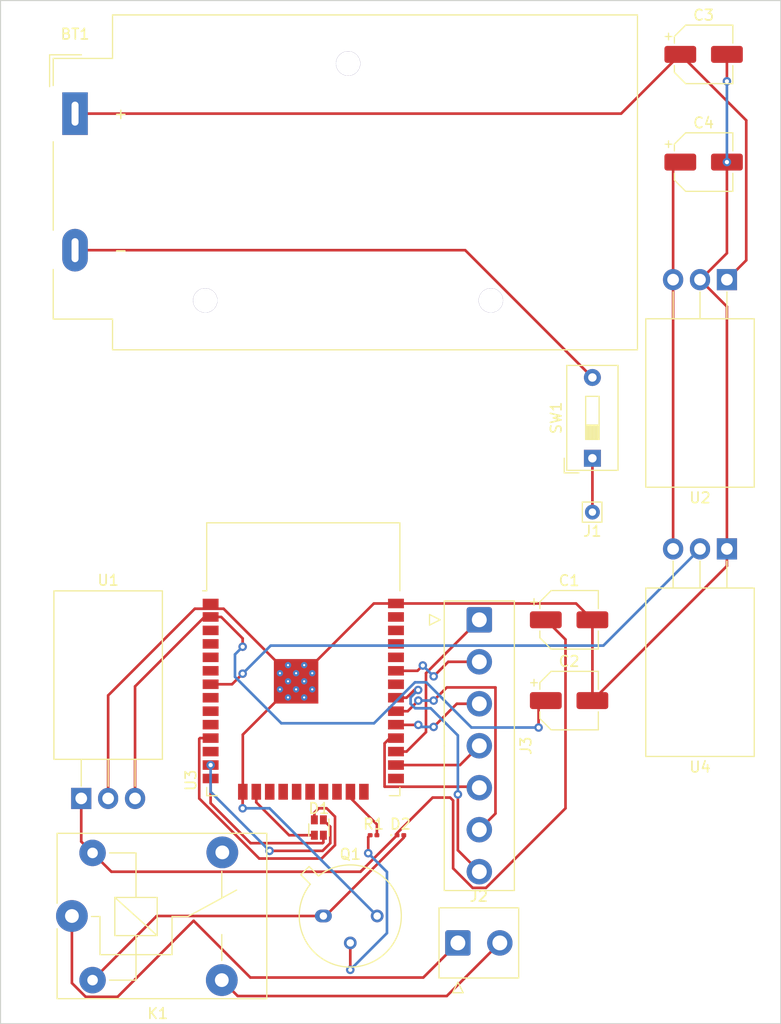
<source format=kicad_pcb>
(kicad_pcb (version 20221018) (generator pcbnew)
  (layers (0 "F.Cu" signal) (31 "B.Cu" signal) (34 "B.Paste" user) (35 "F.Paste" user) (36 "B.SilkS" user "B.Silkscreen") (37 "F.SilkS" user "F.Silkscreen") (38 "B.Mask" user) (39 "F.Mask" user) (44 "Edge.Cuts" user))
  (net 0 "")
  (net 1 "+12VA")
  (net 2 "GND")
  (net 3 "Net-(U1-OUT)")
  (net 4 "Net-(BT1-+)")
  (net 5 "Net-(U2-OUT)")
  (net 6 "Net-(D2-A)")
  (net 7 "Net-(J2-Pin_1)")
  (net 8 "Net-(J2-Pin_2)")
  (net 10 "Net-(Q1-B)")
  (net 11 "Net-(U3-IO15)")
  (net 16 "Net-(U3-IO35)")
  (net 20 "Net-(D1-A)")
  (net 22 "Net-(D1-BK)")
  (net 23 "Net-(D1-GK)")
  (net 24 "Net-(D1-RK)")
  (net 38 "Net-(BT1--)")
  (net 39 "Net-(J1-Pin_1)")
  (net 40 "Net-(J3-Pin_1)")
  (net 41 "Net-(J3-Pin_4)")
  (net 42 "Net-(J3-Pin_5)")
  (net 43 "Net-(J3-Pin_3)")
  (net 44 "Net-(J3-Pin_6)")
  (net 45 "Net-(J3-Pin_7)")
  (net 46 "Net-(J3-Pin_2)")
  (footprint "Connector_Pin:Pin_D0.7mm_L6.5mm_W1.8mm_FlatFork" (layer "F.Cu") (at 157.48 78.74)
    (fp_text reference "J1" (at 0 1.8) (layer "F.SilkS"))
    (fp_text value "Screw_Terminal_01x01")
    (fp_line (start -0.95 -0.95) (end -0.95 0.95) (stroke (width 0.12)) (layer "F.SilkS"))
    (fp_line (start -0.95 0.95) (end 0.9 0.95) (stroke (width 0.12)) (layer "F.SilkS"))
    (fp_line (start 0.9 -0.95) (end -0.95 -0.95) (stroke (width 0.12)) (layer "F.SilkS"))
    (fp_line (start 0.9 -0.9) (end 0.9 -0.95) (stroke (width 0.12)) (layer "F.SilkS"))
    (fp_line (start 0.9 0.95) (end 0.9 -0.9) (stroke (width 0.12)) (layer "F.SilkS"))
    (pad "1" thru_hole circle (at 0 0) (size 1.4 1.4) (drill 0.7) (layers "*.Cu" "*.Mask") (net 39 "Net-(J1-Pin_1)"))
  )
  (footprint "Package_TO_SOT_THT:TO-39-3" (layer "F.Cu") (at 132.08 116.84)
    (fp_text reference "Q1" (at 2.54 -5.82) (layer "F.SilkS"))
    (fp_text value "2N2219")
    (fp_line (start -2.125856 -3.888039) (end -1.234902 -2.997084) (stroke (width 0.12)) (layer "F.SilkS"))
    (fp_line (start -1.348039 -4.665856) (end -2.125856 -3.888039) (stroke (width 0.12)) (layer "F.SilkS"))
    (fp_line (start -0.457084 -3.774902) (end -1.348039 -4.665856) (stroke (width 0.12)) (layer "F.SilkS"))
    (fp_arc (start -0.457084 -3.774902) (mid 5.948125 3.408384) (end -1.234674 -2.997371) (stroke (width 0.12)) (layer "F.SilkS"))
    (pad "1" thru_hole oval (at 0 0) (size 1.6 1.2) (drill 0.7) (layers "*.Cu" "*.Mask") (net 6 "Net-(D2-A)"))
    (pad "2" thru_hole oval (at 2.54 2.54) (size 1.2 1.2) (drill 0.7) (layers "*.Cu" "*.Mask") (net 10 "Net-(Q1-B)"))
    (pad "3" thru_hole oval (at 5.08 0) (size 1.2 1.2) (drill 0.7) (layers "*.Cu" "*.Mask") (net 2 "GND"))
  )
  (footprint "Capacitor_SMD:CP_Elec_5x5.4" (layer "F.Cu") (at 155.28 88.9)
    (fp_text reference "C1" (at 0 -3.7) (layer "F.SilkS"))
    (fp_text value "C_Polarized")
    (fp_line (start -3.625 -1.685) (end -3 -1.685) (stroke (width 0.12)) (layer "F.SilkS"))
    (fp_line (start -3.3125 -1.9975) (end -3.3125 -1.3725) (stroke (width 0.12)) (layer "F.SilkS"))
    (fp_line (start -2.76 -1.695563) (end -2.76 -1.06) (stroke (width 0.12)) (layer "F.SilkS"))
    (fp_line (start -2.76 -1.695563) (end -1.695563 -2.76) (stroke (width 0.12)) (layer "F.SilkS"))
    (fp_line (start -2.76 1.695563) (end -2.76 1.06) (stroke (width 0.12)) (layer "F.SilkS"))
    (fp_line (start -2.76 1.695563) (end -1.695563 2.76) (stroke (width 0.12)) (layer "F.SilkS"))
    (fp_line (start -1.695563 -2.76) (end 2.76 -2.76) (stroke (width 0.12)) (layer "F.SilkS"))
    (fp_line (start -1.695563 2.76) (end 2.76 2.76) (stroke (width 0.12)) (layer "F.SilkS"))
    (fp_line (start 2.76 -2.76) (end 2.76 -1.06) (stroke (width 0.12)) (layer "F.SilkS"))
    (fp_line (start 2.76 2.76) (end 2.76 1.06) (stroke (width 0.12)) (layer "F.SilkS"))
    (pad "1" smd roundrect (at -2.2 0) (size 3 1.6) (layers "F.Cu" "F.Paste" "F.Mask") (roundrect_rratio 0.15625) (net 1 "+12VA"))
    (pad "2" smd roundrect (at 2.2 0) (size 3 1.6) (layers "F.Cu" "F.Paste" "F.Mask") (roundrect_rratio 0.15625) (net 2 "GND"))
  )
  (footprint "Capacitor_SMD:CP_Elec_5x5.4" (layer "F.Cu") (at 167.98 35.56)
    (fp_text reference "C3" (at 0 -3.7) (layer "F.SilkS"))
    (fp_text value "C_Polarized")
    (fp_line (start -3.625 -1.685) (end -3 -1.685) (stroke (width 0.12)) (layer "F.SilkS"))
    (fp_line (start -3.3125 -1.9975) (end -3.3125 -1.3725) (stroke (width 0.12)) (layer "F.SilkS"))
    (fp_line (start -2.76 -1.695563) (end -2.76 -1.06) (stroke (width 0.12)) (layer "F.SilkS"))
    (fp_line (start -2.76 -1.695563) (end -1.695563 -2.76) (stroke (width 0.12)) (layer "F.SilkS"))
    (fp_line (start -2.76 1.695563) (end -2.76 1.06) (stroke (width 0.12)) (layer "F.SilkS"))
    (fp_line (start -2.76 1.695563) (end -1.695563 2.76) (stroke (width 0.12)) (layer "F.SilkS"))
    (fp_line (start -1.695563 -2.76) (end 2.76 -2.76) (stroke (width 0.12)) (layer "F.SilkS"))
    (fp_line (start -1.695563 2.76) (end 2.76 2.76) (stroke (width 0.12)) (layer "F.SilkS"))
    (fp_line (start 2.76 -2.76) (end 2.76 -1.06) (stroke (width 0.12)) (layer "F.SilkS"))
    (fp_line (start 2.76 2.76) (end 2.76 1.06) (stroke (width 0.12)) (layer "F.SilkS"))
    (pad "1" smd roundrect (at -2.2 0) (size 3 1.6) (layers "F.Cu" "F.Paste" "F.Mask") (roundrect_rratio 0.15625) (net 4 "Net-(BT1-+)"))
    (pad "2" smd roundrect (at 2.2 0) (size 3 1.6) (layers "F.Cu" "F.Paste" "F.Mask") (roundrect_rratio 0.15625) (net 2 "GND"))
  )
  (footprint "Battery:BatteryHolder_MPD_BA9VPC_1xPP3" (layer "F.Cu") (at 108.635 41.15)
    (fp_text reference "BT1" (at 0 -7.5) (layer "F.SilkS"))
    (fp_text value "Battery_Cell")
    (fp_text user "-" (at 3.6 12.88) (layer "F.SilkS") (effects (justify left)))
    (fp_text user "+" (at 3.6 0) (layer "F.SilkS") (effects (justify left)))
    (fp_line (start -2.4 -5.55) (end -2.4 -2.55) (stroke (width 0.12)) (layer "F.SilkS"))
    (fp_line (start -2.4 -5.55) (end 0.6 -5.55) (stroke (width 0.12)) (layer "F.SilkS"))
    (fp_line (start -2.06 -5.21) (end -2.06 -2.65) (stroke (width 0.12)) (layer "F.SilkS"))
    (fp_line (start -2.06 2.65) (end -2.06 11) (stroke (width 0.12)) (layer "F.SilkS"))
    (fp_line (start -2.06 19.38) (end -2.06 14.7) (stroke (width 0.12)) (layer "F.SilkS"))
    (fp_line (start 3.54 -9.31) (end 3.54 -5.21) (stroke (width 0.12)) (layer "F.SilkS"))
    (fp_line (start 3.54 -5.21) (end -2.06 -5.21) (stroke (width 0.12)) (layer "F.SilkS"))
    (fp_line (start 3.54 19.38) (end -2.06 19.38) (stroke (width 0.12)) (layer "F.SilkS"))
    (fp_line (start 3.54 22.28) (end 3.54 19.38) (stroke (width 0.12)) (layer "F.SilkS"))
    (fp_line (start 53.1 -9.31) (end 3.54 -9.31) (stroke (width 0.12)) (layer "F.SilkS"))
    (fp_line (start 53.1 22.28) (end 3.54 22.28) (stroke (width 0.12)) (layer "F.SilkS"))
    (fp_line (start 53.1 22.28) (end 53.1 -9.31) (stroke (width 0.12)) (layer "F.SilkS"))
    (pad "" np_thru_hole circle (at 12.29 17.62) (size 2.3 2.3) (drill 2.29) (layers "*.Cu" "*.Mask"))
    (pad "" np_thru_hole circle (at 25.78 -4.73) (size 2.3 2.3) (drill 2.29) (layers "*.Cu" "*.Mask"))
    (pad "" np_thru_hole circle (at 39.26 17.62) (size 2.3 2.3) (drill 2.29) (layers "*.Cu" "*.Mask"))
    (pad "1" thru_hole rect (at 0 0) (size 2.41 4.02) (drill oval 0.66 2.27) (layers "*.Cu" "*.Mask") (net 4 "Net-(BT1-+)"))
    (pad "2" thru_hole oval (at 0 12.88) (size 2.41 4.02) (drill oval 0.66 2.27) (layers "*.Cu" "*.Mask") (net 38 "Net-(BT1--)"))
  )
  (footprint "Button_Switch_THT:SW_DIP_SPSTx01_Slide_9.78x4.72mm_W7.62mm_P2.54mm" (layer "F.Cu") (at 157.48 73.66 90)
    (fp_text reference "SW1" (at 3.81 -3.42 90) (layer "F.SilkS"))
    (fp_text value "SW_SPST")
    (fp_line (start -1.38 -2.66) (end -1.38 -1.277) (stroke (width 0.12)) (layer "F.SilkS"))
    (fp_line (start -1.38 -2.66) (end 0.004 -2.66) (stroke (width 0.12)) (layer "F.SilkS"))
    (fp_line (start -1.14 -2.42) (end -1.14 2.42) (stroke (width 0.12)) (layer "F.SilkS"))
    (fp_line (start -1.14 -2.42) (end 8.76 -2.42) (stroke (width 0.12)) (layer "F.SilkS"))
    (fp_line (start -1.14 2.42) (end 8.76 2.42) (stroke (width 0.12)) (layer "F.SilkS"))
    (fp_line (start 1.78 -0.635) (end 1.78 0.635) (stroke (width 0.12)) (layer "F.SilkS"))
    (fp_line (start 1.78 -0.515) (end 3.133333 -0.515) (stroke (width 0.12)) (layer "F.SilkS"))
    (fp_line (start 1.78 -0.395) (end 3.133333 -0.395) (stroke (width 0.12)) (layer "F.SilkS"))
    (fp_line (start 1.78 -0.275) (end 3.133333 -0.275) (stroke (width 0.12)) (layer "F.SilkS"))
    (fp_line (start 1.78 -0.155) (end 3.133333 -0.155) (stroke (width 0.12)) (layer "F.SilkS"))
    (fp_line (start 1.78 -0.035) (end 3.133333 -0.035) (stroke (width 0.12)) (layer "F.SilkS"))
    (fp_line (start 1.78 0.085) (end 3.133333 0.085) (stroke (width 0.12)) (layer "F.SilkS"))
    (fp_line (start 1.78 0.205) (end 3.133333 0.205) (stroke (width 0.12)) (layer "F.SilkS"))
    (fp_line (start 1.78 0.325) (end 3.133333 0.325) (stroke (width 0.12)) (layer "F.SilkS"))
    (fp_line (start 1.78 0.445) (end 3.133333 0.445) (stroke (width 0.12)) (layer "F.SilkS"))
    (fp_line (start 1.78 0.565) (end 3.133333 0.565) (stroke (width 0.12)) (layer "F.SilkS"))
    (fp_line (start 1.78 0.635) (end 5.84 0.635) (stroke (width 0.12)) (layer "F.SilkS"))
    (fp_line (start 3.133333 -0.635) (end 3.133333 0.635) (stroke (width 0.12)) (layer "F.SilkS"))
    (fp_line (start 5.84 -0.635) (end 1.78 -0.635) (stroke (width 0.12)) (layer "F.SilkS"))
    (fp_line (start 5.84 0.635) (end 5.84 -0.635) (stroke (width 0.12)) (layer "F.SilkS"))
    (fp_line (start 8.76 -2.42) (end 8.76 2.42) (stroke (width 0.12)) (layer "F.SilkS"))
    (pad "1" thru_hole rect (at 0 0 90) (size 1.6 1.6) (drill 0.8) (layers "*.Cu" "*.Mask") (net 39 "Net-(J1-Pin_1)"))
    (pad "2" thru_hole oval (at 7.62 0 90) (size 1.6 1.6) (drill 0.8) (layers "*.Cu" "*.Mask") (net 38 "Net-(BT1--)"))
  )
  (footprint "RF_Module:ESP32-WROOM-32" (layer "F.Cu") (at 130.185 95.61)
    (fp_text reference "U3" (at -10.61 8.43 90) (layer "F.SilkS"))
    (fp_text value "ESP32-WROOM-32")
    (fp_line (start -9.12 -15.86) (end -9.12 -9.445) (stroke (width 0.12)) (layer "F.SilkS"))
    (fp_line (start -9.12 -15.86) (end 9.12 -15.86) (stroke (width 0.12)) (layer "F.SilkS"))
    (fp_line (start -9.12 -9.445) (end -9.5 -9.445) (stroke (width 0.12)) (layer "F.SilkS"))
    (fp_line (start -9.12 9.1) (end -9.12 9.88) (stroke (width 0.12)) (layer "F.SilkS"))
    (fp_line (start -9.12 9.88) (end -8.12 9.88) (stroke (width 0.12)) (layer "F.SilkS"))
    (fp_line (start 9.12 -15.86) (end 9.12 -9.445) (stroke (width 0.12)) (layer "F.SilkS"))
    (fp_line (start 9.12 9.1) (end 9.12 9.88) (stroke (width 0.12)) (layer "F.SilkS"))
    (fp_line (start 9.12 9.88) (end 8.12 9.88) (stroke (width 0.12)) (layer "F.SilkS"))
    (pad "1" smd rect (at -8.75 -8.25) (size 1.5 0.9) (layers "F.Cu" "F.Paste" "F.Mask") (net 2 "GND"))
    (pad "2" smd rect (at -8.75 -6.98) (size 1.5 0.9) (layers "F.Cu" "F.Paste" "F.Mask") (net 3 "Net-(U1-OUT)"))
    (pad "3" smd rect (at -8.75 -5.71) (size 1.5 0.9) (layers "F.Cu" "F.Paste" "F.Mask"))
    (pad "4" smd rect (at -8.75 -4.44) (size 1.5 0.9) (layers "F.Cu" "F.Paste" "F.Mask"))
    (pad "5" smd rect (at -8.75 -3.17) (size 1.5 0.9) (layers "F.Cu" "F.Paste" "F.Mask"))
    (pad "6" smd rect (at -8.75 -1.9) (size 1.5 0.9) (layers "F.Cu" "F.Paste" "F.Mask"))
    (pad "7" smd rect (at -8.75 -0.63) (size 1.5 0.9) (layers "F.Cu" "F.Paste" "F.Mask") (net 16 "Net-(U3-IO35)"))
    (pad "8" smd rect (at -8.75 0.64) (size 1.5 0.9) (layers "F.Cu" "F.Paste" "F.Mask"))
    (pad "9" smd rect (at -8.75 1.91) (size 1.5 0.9) (layers "F.Cu" "F.Paste" "F.Mask"))
    (pad "10" smd rect (at -8.75 3.18) (size 1.5 0.9) (layers "F.Cu" "F.Paste" "F.Mask"))
    (pad "11" smd rect (at -8.75 4.45) (size 1.5 0.9) (layers "F.Cu" "F.Paste" "F.Mask") (net 20 "Net-(D1-A)"))
    (pad "12" smd rect (at -8.75 5.72) (size 1.5 0.9) (layers "F.Cu" "F.Paste" "F.Mask"))
    (pad "13" smd rect (at -8.75 6.99) (size 1.5 0.9) (layers "F.Cu" "F.Paste" "F.Mask") (net 22 "Net-(D1-BK)"))
    (pad "14" smd rect (at -8.75 8.26) (size 1.5 0.9) (layers "F.Cu" "F.Paste" "F.Mask") (net 23 "Net-(D1-GK)"))
    (pad "15" smd rect (at -5.71 9.51 90) (size 1.5 0.9) (layers "F.Cu" "F.Paste" "F.Mask") (net 2 "GND"))
    (pad "16" smd rect (at -4.44 9.51 90) (size 1.5 0.9) (layers "F.Cu" "F.Paste" "F.Mask") (net 24 "Net-(D1-RK)"))
    (pad "17" smd rect (at -3.17 9.51 90) (size 1.5 0.9) (layers "F.Cu" "F.Paste" "F.Mask"))
    (pad "18" smd rect (at -1.9 9.51 90) (size 1.5 0.9) (layers "F.Cu" "F.Paste" "F.Mask"))
    (pad "19" smd rect (at -0.63 9.51 90) (size 1.5 0.9) (layers "F.Cu" "F.Paste" "F.Mask"))
    (pad "20" smd rect (at 0.64 9.51 90) (size 1.5 0.9) (layers "F.Cu" "F.Paste" "F.Mask"))
    (pad "21" smd rect (at 1.91 9.51 90) (size 1.5 0.9) (layers "F.Cu" "F.Paste" "F.Mask"))
    (pad "22" smd rect (at 3.18 9.51 90) (size 1.5 0.9) (layers "F.Cu" "F.Paste" "F.Mask"))
    (pad "23" smd rect (at 4.45 9.51 90) (size 1.5 0.9) (layers "F.Cu" "F.Paste" "F.Mask") (net 11 "Net-(U3-IO15)"))
    (pad "24" smd rect (at 5.72 9.51 90) (size 1.5 0.9) (layers "F.Cu" "F.Paste" "F.Mask"))
    (pad "25" smd rect (at 8.75 8.26) (size 1.5 0.9) (layers "F.Cu" "F.Paste" "F.Mask"))
    (pad "26" smd rect (at 8.75 6.99) (size 1.5 0.9) (layers "F.Cu" "F.Paste" "F.Mask") (net 41 "Net-(J3-Pin_4)"))
    (pad "27" smd rect (at 8.75 5.72) (size 1.5 0.9) (layers "F.Cu" "F.Paste" "F.Mask") (net 40 "Net-(J3-Pin_1)"))
    (pad "28" smd rect (at 8.75 4.45) (size 1.5 0.9) (layers "F.Cu" "F.Paste" "F.Mask") (net 42 "Net-(J3-Pin_5)"))
    (pad "29" smd rect (at 8.75 3.18) (size 1.5 0.9) (layers "F.Cu" "F.Paste" "F.Mask") (net 43 "Net-(J3-Pin_3)"))
    (pad "30" smd rect (at 8.75 1.91) (size 1.5 0.9) (layers "F.Cu" "F.Paste" "F.Mask") (net 44 "Net-(J3-Pin_6)"))
    (pad "31" smd rect (at 8.75 0.64) (size 1.5 0.9) (layers "F.Cu" "F.Paste" "F.Mask") (net 45 "Net-(J3-Pin_7)"))
    (pad "32" smd rect (at 8.75 -0.63) (size 1.5 0.9) (layers "F.Cu" "F.Paste" "F.Mask"))
    (pad "33" smd rect (at 8.75 -1.9) (size 1.5 0.9) (layers "F.Cu" "F.Paste" "F.Mask") (net 46 "Net-(J3-Pin_2)"))
    (pad "34" smd rect (at 8.75 -3.17) (size 1.5 0.9) (layers "F.Cu" "F.Paste" "F.Mask"))
    (pad "35" smd rect (at 8.75 -4.44) (size 1.5 0.9) (layers "F.Cu" "F.Paste" "F.Mask"))
    (pad "36" smd rect (at 8.75 -5.71) (size 1.5 0.9) (layers "F.Cu" "F.Paste" "F.Mask"))
    (pad "37" smd rect (at 8.75 -6.98) (size 1.5 0.9) (layers "F.Cu" "F.Paste" "F.Mask"))
    (pad "38" smd rect (at 8.75 -8.25) (size 1.5 0.9) (layers "F.Cu" "F.Paste" "F.Mask") (net 2 "GND"))
    (pad "39" smd rect (at -2.205 -2.435) (size 1.05 1.05) (layers "F.Cu" "F.Paste") (net 2 "GND"))
    (pad "39" thru_hole circle (at -2.205 -1.6725) (size 0.6 0.6) (drill 0.2) (property pad_prop_heatsink) (layers "*.Cu" "F.Mask") (net 2 "GND"))
    (pad "39" smd rect (at -2.205 -0.91) (size 1.05 1.05) (layers "F.Cu" "F.Paste") (net 2 "GND"))
    (pad "39" thru_hole circle (at -2.205 -0.1475) (size 0.6 0.6) (drill 0.2) (property pad_prop_heatsink) (layers "*.Cu" "F.Mask") (net 2 "GND"))
    (pad "39" smd rect (at -2.205 0.615) (size 1.05 1.05) (layers "F.Cu" "F.Paste") (net 2 "GND"))
    (pad "39" thru_hole circle (at -1.4425 -2.435) (size 0.6 0.6) (drill 0.2) (property pad_prop_heatsink) (layers "*.Cu" "F.Mask") (net 2 "GND"))
    (pad "39" thru_hole circle (at -1.4425 -0.91) (size 0.6 0.6) (drill 0.2) (property pad_prop_heatsink) (layers "*.Cu" "F.Mask") (net 2 "GND"))
    (pad "39" thru_hole circle (at -1.4425 0.615) (size 0.6 0.6) (drill 0.2) (property pad_prop_heatsink) (layers "*.Cu" "F.Mask") (net 2 "GND"))
    (pad "39" smd rect (at -0.68 -2.435) (size 1.05 1.05) (layers "F.Cu" "F.Paste") (net 2 "GND"))
    (pad "39" thru_hole circle (at -0.68 -1.6725) (size 0.6 0.6) (drill 0.2) (property pad_prop_heatsink) (layers "*.Cu" "F.Mask") (net 2 "GND"))
    (pad "39" smd rect (at -0.68 -0.91) (size 1.05 1.05) (layers "F.Cu" "F.Paste") (net 2 "GND"))
    (pad "39" smd rect (at -0.68 -0.91) (size 4.2 4.2) (layers "F.Cu" "F.Mask") (net 2 "GND"))
    (pad "39" thru_hole circle (at -0.68 -0.1475) (size 0.6 0.6) (drill 0.2) (property pad_prop_heatsink) (layers "*.Cu" "F.Mask") (net 2 "GND"))
    (pad "39" smd rect (at -0.68 0.615) (size 1.05 1.05) (layers "F.Cu" "F.Paste") (net 2 "GND"))
    (pad "39" thru_hole circle (at 0.0825 -2.435) (size 0.6 0.6) (drill 0.2) (property pad_prop_heatsink) (layers "*.Cu" "F.Mask") (net 2 "GND"))
    (pad "39" thru_hole circle (at 0.0825 -0.91) (size 0.6 0.6) (drill 0.2) (property pad_prop_heatsink) (layers "*.Cu" "F.Mask") (net 2 "GND"))
    (pad "39" thru_hole circle (at 0.0825 0.615) (size 0.6 0.6) (drill 0.2) (property pad_prop_heatsink) (layers "*.Cu" "F.Mask") (net 2 "GND"))
    (pad "39" smd rect (at 0.845 -2.435) (size 1.05 1.05) (layers "F.Cu" "F.Paste") (net 2 "GND"))
    (pad "39" thru_hole circle (at 0.845 -1.6725) (size 0.6 0.6) (drill 0.2) (property pad_prop_heatsink) (layers "*.Cu" "F.Mask") (net 2 "GND"))
    (pad "39" smd rect (at 0.845 -0.91) (size 1.05 1.05) (layers "F.Cu" "F.Paste") (net 2 "GND"))
    (pad "39" thru_hole circle (at 0.845 -0.1475) (size 0.6 0.6) (drill 0.2) (property pad_prop_heatsink) (layers "*.Cu" "F.Mask") (net 2 "GND"))
    (pad "39" smd rect (at 0.845 0.615) (size 1.05 1.05) (layers "F.Cu" "F.Paste") (net 2 "GND"))
  )
  (footprint "Capacitor_SMD:CP_Elec_5x5.4" (layer "F.Cu") (at 167.98 45.72)
    (fp_text reference "C4" (at 0 -3.7) (layer "F.SilkS"))
    (fp_text value "C_Polarized")
    (fp_line (start -3.625 -1.685) (end -3 -1.685) (stroke (width 0.12)) (layer "F.SilkS"))
    (fp_line (start -3.3125 -1.9975) (end -3.3125 -1.3725) (stroke (width 0.12)) (layer "F.SilkS"))
    (fp_line (start -2.76 -1.695563) (end -2.76 -1.06) (stroke (width 0.12)) (layer "F.SilkS"))
    (fp_line (start -2.76 -1.695563) (end -1.695563 -2.76) (stroke (width 0.12)) (layer "F.SilkS"))
    (fp_line (start -2.76 1.695563) (end -2.76 1.06) (stroke (width 0.12)) (layer "F.SilkS"))
    (fp_line (start -2.76 1.695563) (end -1.695563 2.76) (stroke (width 0.12)) (layer "F.SilkS"))
    (fp_line (start -1.695563 -2.76) (end 2.76 -2.76) (stroke (width 0.12)) (layer "F.SilkS"))
    (fp_line (start -1.695563 2.76) (end 2.76 2.76) (stroke (width 0.12)) (layer "F.SilkS"))
    (fp_line (start 2.76 -2.76) (end 2.76 -1.06) (stroke (width 0.12)) (layer "F.SilkS"))
    (fp_line (start 2.76 2.76) (end 2.76 1.06) (stroke (width 0.12)) (layer "F.SilkS"))
    (pad "1" smd roundrect (at -2.2 0) (size 3 1.6) (layers "F.Cu" "F.Paste" "F.Mask") (roundrect_rratio 0.15625) (net 5 "Net-(U2-OUT)"))
    (pad "2" smd roundrect (at 2.2 0) (size 3 1.6) (layers "F.Cu" "F.Paste" "F.Mask") (roundrect_rratio 0.15625) (net 2 "GND"))
  )
  (footprint "Connector_TE-Connectivity:TE_826576-2_1x02_P3.96mm_Vertical" (layer "F.Cu") (at 144.78 119.38)
    (fp_text reference "J2" (at 1.98 -4.4) (layer "F.SilkS"))
    (fp_text value "Screw_Terminal_01x02")
    (fp_line (start -1.78 -3.31) (end -1.78 3.31) (stroke (width 0.12)) (layer "F.SilkS"))
    (fp_line (start -1.78 3.31) (end 1.98 3.31) (stroke (width 0.12)) (layer "F.SilkS"))
    (fp_line (start -0.5 4.7) (end 0 3.7) (stroke (width 0.12)) (layer "F.SilkS"))
    (fp_line (start 0 3.7) (end 0.5 4.7) (stroke (width 0.12)) (layer "F.SilkS"))
    (fp_line (start 0.5 4.7) (end -0.5 4.7) (stroke (width 0.12)) (layer "F.SilkS"))
    (fp_line (start 1.98 -3.31) (end -1.78 -3.31) (stroke (width 0.12)) (layer "F.SilkS"))
    (fp_line (start 1.98 -3.31) (end 5.74 -3.31) (stroke (width 0.12)) (layer "F.SilkS"))
    (fp_line (start 5.74 -3.31) (end 5.74 3.31) (stroke (width 0.12)) (layer "F.SilkS"))
    (fp_line (start 5.74 3.31) (end 1.98 3.31) (stroke (width 0.12)) (layer "F.SilkS"))
    (pad "1" thru_hole roundrect (at 0 0) (size 2.4 2.4) (drill 1.4) (layers "*.Cu" "*.Mask") (roundrect_rratio 0.104167) (net 7 "Net-(J2-Pin_1)"))
    (pad "2" thru_hole circle (at 3.96 0) (size 2.4 2.4) (drill 1.4) (layers "*.Cu" "*.Mask") (net 8 "Net-(J2-Pin_2)"))
  )
  (footprint "Package_TO_SOT_THT:TO-220-3_Horizontal_TabDown" (layer "F.Cu") (at 170.18 56.81 180)
    (fp_text reference "U2" (at 2.54 -20.58) (layer "F.SilkS"))
    (fp_text value "L7805")
    (fp_line (start -2.58 -19.58) (end -2.58 -3.69) (stroke (width 0.12)) (layer "F.SilkS"))
    (fp_line (start -2.58 -19.58) (end 7.66 -19.58) (stroke (width 0.12)) (layer "F.SilkS"))
    (fp_line (start -2.58 -3.69) (end 7.66 -3.69) (stroke (width 0.12)) (layer "F.SilkS"))
    (fp_line (start 0 -3.69) (end 0 -1.15) (stroke (width 0.12)) (layer "F.SilkS"))
    (fp_line (start 2.54 -3.69) (end 2.54 -1.15) (stroke (width 0.12)) (layer "F.SilkS"))
    (fp_line (start 5.08 -3.69) (end 5.08 -1.15) (stroke (width 0.12)) (layer "F.SilkS"))
    (fp_line (start 7.66 -19.58) (end 7.66 -3.69) (stroke (width 0.12)) (layer "F.SilkS"))
    (pad "" np_thru_hole oval (at 2.54 -16.66 180) (size 3.5 3.5) (drill 3.5) (layers "*.Cu" "*.Mask"))
    (pad "1" thru_hole rect (at 0 0 180) (size 1.905 2) (drill 1.1) (layers "*.Cu" "*.Mask") (net 4 "Net-(BT1-+)"))
    (pad "2" thru_hole oval (at 2.54 0 180) (size 1.905 2) (drill 1.1) (layers "*.Cu" "*.Mask") (net 2 "GND"))
    (pad "3" thru_hole oval (at 5.08 0 180) (size 1.905 2) (drill 1.1) (layers "*.Cu" "*.Mask") (net 5 "Net-(U2-OUT)"))
  )
  (footprint "LED_SMD:LED_0201_0603Metric" (layer "F.Cu") (at 139.355 109.22)
    (fp_text reference "D2" (at 0 -1.05) (layer "F.SilkS"))
    (fp_text value "D_Zener")
    (fp_circle (center -0.86 0) (end -0.81 0) (stroke (width 0.1)) (fill none) (layer "F.SilkS"))
    (pad "1" smd roundrect (at -0.32 0) (size 0.46 0.4) (layers "F.Cu" "F.Mask") (net 1 "+12VA"))
    (pad "2" smd roundrect (at 0.32 0) (size 0.46 0.4) (layers "F.Cu" "F.Mask") (net 6 "Net-(D2-A)"))
  )
  (footprint "Relay_THT:Relay_SPDT_SANYOU_SRD_Series_Form_C" (layer "F.Cu") (at 108.34 116.84)
    (fp_text reference "K1" (at 8.1 9.2) (layer "F.SilkS"))
    (fp_text value "SANYOU_SRD_Form_C")
    (fp_line (start -1.4 -7.8) (end -1.4 -1.2) (stroke (width 0.12)) (layer "F.SilkS"))
    (fp_line (start -1.4 -7.8) (end 18.4 -7.8) (stroke (width 0.12)) (layer "F.SilkS"))
    (fp_line (start -1.4 1.2) (end -1.4 7.8) (stroke (width 0.12)) (layer "F.SilkS"))
    (fp_line (start 2.65 0.05) (end 1.85 0.05) (stroke (width 0.12)) (layer "F.SilkS"))
    (fp_line (start 2.65 0.05) (end 2.65 3.65) (stroke (width 0.12)) (layer "F.SilkS"))
    (fp_line (start 3.55 6.05) (end 6.05 6.05) (stroke (width 0.12)) (layer "F.SilkS"))
    (fp_line (start 4.05 -1.75) (end 8.05 -1.75) (stroke (width 0.12)) (layer "F.SilkS"))
    (fp_line (start 4.05 1.85) (end 4.05 -1.75) (stroke (width 0.12)) (layer "F.SilkS"))
    (fp_line (start 6.05 -5.95) (end 3.55 -5.95) (stroke (width 0.12)) (layer "F.SilkS"))
    (fp_line (start 6.05 -5.95) (end 6.05 -1.75) (stroke (width 0.12)) (layer "F.SilkS"))
    (fp_line (start 6.05 1.85) (end 6.05 6.05) (stroke (width 0.12)) (layer "F.SilkS"))
    (fp_line (start 8.05 -1.75) (end 8.05 1.85) (stroke (width 0.12)) (layer "F.SilkS"))
    (fp_line (start 8.05 1.85) (end 4.05 -1.75) (stroke (width 0.12)) (layer "F.SilkS"))
    (fp_line (start 8.05 1.85) (end 4.05 1.85) (stroke (width 0.12)) (layer "F.SilkS"))
    (fp_line (start 9.45 0.05) (end 9.45 3.65) (stroke (width 0.12)) (layer "F.SilkS"))
    (fp_line (start 9.45 0.05) (end 10.95 0.05) (stroke (width 0.12)) (layer "F.SilkS"))
    (fp_line (start 9.45 3.65) (end 2.65 3.65) (stroke (width 0.12)) (layer "F.SilkS"))
    (fp_line (start 10.95 0.05) (end 15.55 -2.45) (stroke (width 0.12)) (layer "F.SilkS"))
    (fp_line (start 14.15 -4.2) (end 14.15 -1.7) (stroke (width 0.12)) (layer "F.SilkS"))
    (fp_line (start 14.15 4.2) (end 14.15 1.75) (stroke (width 0.12)) (layer "F.SilkS"))
    (fp_line (start 18.4 -7.8) (end 18.4 7.8) (stroke (width 0.12)) (layer "F.SilkS"))
    (fp_line (start 18.4 7.8) (end -1.4 7.8) (stroke (width 0.12)) (layer "F.SilkS"))
    (pad "1" thru_hole circle (at 0 0 90) (size 3 3) (drill 1.3) (layers "*.Cu" "*.Mask") (net 7 "Net-(J2-Pin_1)"))
    (pad "2" thru_hole circle (at 1.95 6.05 90) (size 2.5 2.5) (drill 1) (layers "*.Cu" "*.Mask") (net 6 "Net-(D2-A)"))
    (pad "3" thru_hole circle (at 14.15 6.05 90) (size 3 3) (drill 1.3) (layers "*.Cu" "*.Mask") (net 8 "Net-(J2-Pin_2)"))
    (pad "4" thru_hole circle (at 14.2 -6 90) (size 3 3) (drill 1.3) (layers "*.Cu" "*.Mask"))
    (pad "5" thru_hole circle (at 1.95 -5.95 90) (size 2.5 2.5) (drill 1) (layers "*.Cu" "*.Mask") (net 1 "+12VA"))
  )
  (footprint "Resistor_SMD:R_0201_0603Metric" (layer "F.Cu") (at 136.815 109.22)
    (fp_text reference "R1" (at 0 -1.05) (layer "F.SilkS"))
    (fp_text value "R_US")
    (pad "1" smd roundrect (at -0.32 0) (size 0.46 0.4) (layers "F.Cu" "F.Mask") (net 10 "Net-(Q1-B)"))
    (pad "2" smd roundrect (at 0.32 0) (size 0.46 0.4) (layers "F.Cu" "F.Mask") (net 11 "Net-(U3-IO15)"))
  )
  (footprint "Package_TO_SOT_THT:TO-220-3_Horizontal_TabDown" (layer "F.Cu") (at 109.22 105.75)
    (fp_text reference "U1" (at 2.54 -20.58) (layer "F.SilkS"))
    (fp_text value "L7805")
    (fp_line (start -2.58 -19.58) (end -2.58 -3.69) (stroke (width 0.12)) (layer "F.SilkS"))
    (fp_line (start -2.58 -19.58) (end 7.66 -19.58) (stroke (width 0.12)) (layer "F.SilkS"))
    (fp_line (start -2.58 -3.69) (end 7.66 -3.69) (stroke (width 0.12)) (layer "F.SilkS"))
    (fp_line (start 0 -3.69) (end 0 -1.15) (stroke (width 0.12)) (layer "F.SilkS"))
    (fp_line (start 2.54 -3.69) (end 2.54 -1.15) (stroke (width 0.12)) (layer "F.SilkS"))
    (fp_line (start 5.08 -3.69) (end 5.08 -1.15) (stroke (width 0.12)) (layer "F.SilkS"))
    (fp_line (start 7.66 -19.58) (end 7.66 -3.69) (stroke (width 0.12)) (layer "F.SilkS"))
    (pad "" np_thru_hole oval (at 2.54 -16.66) (size 3.5 3.5) (drill 3.5) (layers "*.Cu" "*.Mask"))
    (pad "1" thru_hole rect (at 0 0) (size 1.905 2) (drill 1.1) (layers "*.Cu" "*.Mask") (net 1 "+12VA"))
    (pad "2" thru_hole oval (at 2.54 0) (size 1.905 2) (drill 1.1) (layers "*.Cu" "*.Mask") (net 2 "GND"))
    (pad "3" thru_hole oval (at 5.08 0) (size 1.905 2) (drill 1.1) (layers "*.Cu" "*.Mask") (net 3 "Net-(U1-OUT)"))
  )
  (footprint "Capacitor_SMD:CP_Elec_5x5.4" (layer "F.Cu") (at 155.28 96.52)
    (fp_text reference "C2" (at 0 -3.7) (layer "F.SilkS"))
    (fp_text value "C_Polarized")
    (fp_line (start -3.625 -1.685) (end -3 -1.685) (stroke (width 0.12)) (layer "F.SilkS"))
    (fp_line (start -3.3125 -1.9975) (end -3.3125 -1.3725) (stroke (width 0.12)) (layer "F.SilkS"))
    (fp_line (start -2.76 -1.695563) (end -2.76 -1.06) (stroke (width 0.12)) (layer "F.SilkS"))
    (fp_line (start -2.76 -1.695563) (end -1.695563 -2.76) (stroke (width 0.12)) (layer "F.SilkS"))
    (fp_line (start -2.76 1.695563) (end -2.76 1.06) (stroke (width 0.12)) (layer "F.SilkS"))
    (fp_line (start -2.76 1.695563) (end -1.695563 2.76) (stroke (width 0.12)) (layer "F.SilkS"))
    (fp_line (start -1.695563 -2.76) (end 2.76 -2.76) (stroke (width 0.12)) (layer "F.SilkS"))
    (fp_line (start -1.695563 2.76) (end 2.76 2.76) (stroke (width 0.12)) (layer "F.SilkS"))
    (fp_line (start 2.76 -2.76) (end 2.76 -1.06) (stroke (width 0.12)) (layer "F.SilkS"))
    (fp_line (start 2.76 2.76) (end 2.76 1.06) (stroke (width 0.12)) (layer "F.SilkS"))
    (pad "1" smd roundrect (at -2.2 0) (size 3 1.6) (layers "F.Cu" "F.Paste" "F.Mask") (roundrect_rratio 0.15625) (net 3 "Net-(U1-OUT)"))
    (pad "2" smd roundrect (at 2.2 0) (size 3 1.6) (layers "F.Cu" "F.Paste" "F.Mask") (roundrect_rratio 0.15625) (net 2 "GND"))
  )
  (footprint "Connector_TE-Connectivity:TE_826576-7_1x07_P3.96mm_Vertical" (layer "F.Cu") (at 146.8025 88.9 -90)
    (fp_text reference "J3" (at 11.88 -4.4 90) (layer "F.SilkS"))
    (fp_text value "Conn_01x07_Socket")
    (fp_line (start -1.78 -3.31) (end -1.78 3.31) (stroke (width 0.12)) (layer "F.SilkS"))
    (fp_line (start -1.78 3.31) (end 11.88 3.31) (stroke (width 0.12)) (layer "F.SilkS"))
    (fp_line (start -0.5 4.7) (end 0 3.7) (stroke (width 0.12)) (layer "F.SilkS"))
    (fp_line (start 0 3.7) (end 0.5 4.7) (stroke (width 0.12)) (layer "F.SilkS"))
    (fp_line (start 0.5 4.7) (end -0.5 4.7) (stroke (width 0.12)) (layer "F.SilkS"))
    (fp_line (start 11.88 -3.31) (end -1.78 -3.31) (stroke (width 0.12)) (layer "F.SilkS"))
    (fp_line (start 11.88 -3.31) (end 25.54 -3.31) (stroke (width 0.12)) (layer "F.SilkS"))
    (fp_line (start 25.54 -3.31) (end 25.54 3.31) (stroke (width 0.12)) (layer "F.SilkS"))
    (fp_line (start 25.54 3.31) (end 11.88 3.31) (stroke (width 0.12)) (layer "F.SilkS"))
    (pad "1" thru_hole roundrect (at 0 0 270) (size 2.4 2.4) (drill 1.4) (layers "*.Cu" "*.Mask") (roundrect_rratio 0.104167) (net 40 "Net-(J3-Pin_1)"))
    (pad "2" thru_hole circle (at 3.96 0 270) (size 2.4 2.4) (drill 1.4) (layers "*.Cu" "*.Mask") (net 46 "Net-(J3-Pin_2)"))
    (pad "3" thru_hole circle (at 7.92 0 270) (size 2.4 2.4) (drill 1.4) (layers "*.Cu" "*.Mask") (net 43 "Net-(J3-Pin_3)"))
    (pad "4" thru_hole circle (at 11.88 0 270) (size 2.4 2.4) (drill 1.4) (layers "*.Cu" "*.Mask") (net 41 "Net-(J3-Pin_4)"))
    (pad "5" thru_hole circle (at 15.84 0 270) (size 2.4 2.4) (drill 1.4) (layers "*.Cu" "*.Mask") (net 42 "Net-(J3-Pin_5)"))
    (pad "6" thru_hole circle (at 19.8 0 270) (size 2.4 2.4) (drill 1.4) (layers "*.Cu" "*.Mask") (net 44 "Net-(J3-Pin_6)"))
    (pad "7" thru_hole circle (at 23.76 0 270) (size 2.4 2.4) (drill 1.4) (layers "*.Cu" "*.Mask") (net 45 "Net-(J3-Pin_7)"))
  )
  (footprint "LED_SMD:LED_LiteOn_LTST-C19HE1WT" (layer "F.Cu") (at 131.655 108.495)
    (fp_text reference "D1" (at 0 -1.8) (layer "F.SilkS"))
    (fp_text value "LED_ABGR")
    (fp_line (start -0.95 -0.35) (end -0.95 0.8) (stroke (width 0.12)) (layer "F.SilkS"))
    (fp_line (start 0.95 -0.8) (end 0.95 0.8) (stroke (width 0.12)) (layer "F.SilkS"))
    (pad "1" smd rect (at -0.425 -0.725) (size 0.65 0.85) (layers "F.Cu" "F.Paste" "F.Mask") (net 20 "Net-(D1-A)"))
    (pad "2" smd rect (at 0.425 -0.725) (size 0.65 0.85) (layers "F.Cu" "F.Paste" "F.Mask") (net 22 "Net-(D1-BK)"))
    (pad "3" smd rect (at 0.425 0.725) (size 0.65 0.85) (layers "F.Cu" "F.Paste" "F.Mask") (net 23 "Net-(D1-GK)"))
    (pad "4" smd rect (at -0.425 0.725) (size 0.65 0.85) (layers "F.Cu" "F.Paste" "F.Mask") (net 24 "Net-(D1-RK)"))
  )
  (footprint "Package_TO_SOT_THT:TO-220-3_Horizontal_TabDown" (layer "F.Cu") (at 170.18 82.21 180)
    (fp_text reference "U4" (at 2.54 -20.58) (layer "F.SilkS"))
    (fp_text value "LM1117T-3.3")
    (fp_line (start -2.58 -19.58) (end -2.58 -3.69) (stroke (width 0.12)) (layer "F.SilkS"))
    (fp_line (start -2.58 -19.58) (end 7.66 -19.58) (stroke (width 0.12)) (layer "F.SilkS"))
    (fp_line (start -2.58 -3.69) (end 7.66 -3.69) (stroke (width 0.12)) (layer "F.SilkS"))
    (fp_line (start 0 -3.69) (end 0 -1.15) (stroke (width 0.12)) (layer "F.SilkS"))
    (fp_line (start 2.54 -3.69) (end 2.54 -1.15) (stroke (width 0.12)) (layer "F.SilkS"))
    (fp_line (start 5.08 -3.69) (end 5.08 -1.15) (stroke (width 0.12)) (layer "F.SilkS"))
    (fp_line (start 7.66 -19.58) (end 7.66 -3.69) (stroke (width 0.12)) (layer "F.SilkS"))
    (pad "" np_thru_hole oval (at 2.54 -16.66 180) (size 3.5 3.5) (drill 3.5) (layers "*.Cu" "*.Mask"))
    (pad "1" thru_hole rect (at 0 0 180) (size 1.905 2) (drill 1.1) (layers "*.Cu" "*.Mask") (net 2 "GND"))
    (pad "2" thru_hole oval (at 2.54 0 180) (size 1.905 2) (drill 1.1) (layers "*.Cu" "*.Mask") (net 16 "Net-(U3-IO35)"))
    (pad "3" thru_hole oval (at 5.08 0 180) (size 1.905 2) (drill 1.1) (layers "*.Cu" "*.Mask") (net 5 "Net-(U2-OUT)"))
  )
  (gr_rect (start 101.6 30.48) (end 175.26 127) (stroke (width 0.1)) (fill none) (layer "Edge.Cuts"))
  (segment (start 142.394154 105.669805) (end 144.055 105.669805) (width 0.25) (layer "F.Cu") (net 1))
  (segment (start 139.035 109.028959) (end 142.394154 105.669805) (width 0.25) (layer "F.Cu") (net 1))
  (segment (start 154.94 90.76) (end 153.08 88.9) (width 0.25) (layer "F.Cu") (net 1))
  (segment (start 109.22 109.82) (end 110.29 110.89) (width 0.25) (layer "F.Cu") (net 1))
  (segment (start 139.035 109.22) (end 139.035 109.028959) (width 0.25) (layer "F.Cu") (net 1))
  (segment (start 147.434176 114.185) (end 154.94 106.679176) (width 0.25) (layer "F.Cu") (net 1))
  (segment (start 135.59 112.665) (end 139.035 109.22) (width 0.25) (layer "F.Cu") (net 1))
  (segment (start 144.055 105.669805) (end 144.33 105.944805) (width 0.25) (layer "F.Cu") (net 1))
  (segment (start 154.94 106.679176) (end 154.94 90.76) (width 0.25) (layer "F.Cu") (net 1))
  (segment (start 144.33 105.944805) (end 144.33 112.344176) (width 0.25) (layer "F.Cu") (net 1))
  (segment (start 146.170824 114.185) (end 147.434176 114.185) (width 0.25) (layer "F.Cu") (net 1))
  (segment (start 109.22 105.75) (end 109.22 109.82) (width 0.25) (layer "F.Cu") (net 1))
  (segment (start 144.33 112.344176) (end 146.170824 114.185) (width 0.25) (layer "F.Cu") (net 1))
  (segment (start 112.065 112.665) (end 135.59 112.665) (width 0.25) (layer "F.Cu") (net 1))
  (segment (start 110.29 110.89) (end 112.065 112.665) (width 0.25) (layer "F.Cu") (net 1))
  (segment (start 167.64 56.81) (end 170.18 59.35) (width 0.25) (layer "F.Cu") (net 2))
  (segment (start 124.46 106.68) (end 124.46 105.135) (width 0.25) (layer "F.Cu") (net 2))
  (segment (start 157.48 96.52) (end 157.48 88.9) (width 0.25) (layer "F.Cu") (net 2))
  (segment (start 170.18 59.35) (end 170.18 82.21) (width 0.25) (layer "F.Cu") (net 2))
  (segment (start 170.18 54.3175) (end 170.18 45.72) (width 0.25) (layer "F.Cu") (net 2))
  (segment (start 138.935 87.36) (end 136.845 87.36) (width 0.25) (layer "F.Cu") (net 2))
  (segment (start 167.6875 56.81) (end 170.18 54.3175) (width 0.25) (layer "F.Cu") (net 2))
  (segment (start 124.46 105.135) (end 124.475 105.12) (width 0.25) (layer "F.Cu") (net 2))
  (segment (start 155.94 87.36) (end 157.48 88.9) (width 0.25) (layer "F.Cu") (net 2))
  (segment (start 111.76 105.75) (end 111.76 96.035) (width 0.25) (layer "F.Cu") (net 2))
  (segment (start 124.475 105.12) (end 124.475 99.73) (width 0.25) (layer "F.Cu") (net 2))
  (segment (start 170.18 35.56) (end 170.18 38.1) (width 0.25) (layer "F.Cu") (net 2))
  (segment (start 122.66 87.855) (end 129.505 94.7) (width 0.25) (layer "F.Cu") (net 2))
  (segment (start 136.845 87.36) (end 131.03 93.175) (width 0.25) (layer "F.Cu") (net 2))
  (segment (start 167.64 56.81) (end 167.6875 56.81) (width 0.25) (layer "F.Cu") (net 2))
  (segment (start 138.935 87.125) (end 138.935 87.36) (width 0.25) (layer "F.Cu") (net 2))
  (segment (start 124.475 99.73) (end 127.98 96.225) (width 0.25) (layer "F.Cu") (net 2))
  (segment (start 119.94 87.855) (end 122.66 87.855) (width 0.25) (layer "F.Cu") (net 2))
  (segment (start 111.76 96.035) (end 119.94 87.855) (width 0.25) (layer "F.Cu") (net 2))
  (segment (start 138.935 87.36) (end 155.94 87.36) (width 0.25) (layer "F.Cu") (net 2))
  (segment (start 170.18 83.82) (end 157.48 96.52) (width 0.25) (layer "F.Cu") (net 2))
  (segment (start 170.18 82.21) (end 170.18 83.82) (width 0.25) (layer "F.Cu") (net 2))
  (via (at 170.18 38.1) (size 0.8) (drill 0.4) (layers "F.Cu" "B.Cu") (net 2))
  (via (at 124.46 106.68) (size 0.8) (drill 0.4) (layers "F.Cu" "B.Cu") (net 2))
  (via (at 170.18 45.72) (size 0.8) (drill 0.4) (layers "F.Cu" "B.Cu") (net 2))
  (segment (start 127 106.68) (end 124.46 106.68) (width 0.25) (layer "B.Cu") (net 2))
  (segment (start 170.18 38.1) (end 170.18 45.72) (width 0.25) (layer "B.Cu") (net 2))
  (segment (start 137.16 116.84) (end 127 106.68) (width 0.25) (layer "B.Cu") (net 2))
  (segment (start 121.435 88.63) (end 122.435 88.63) (width 0.25) (layer "F.Cu") (net 3))
  (segment (start 114.3 95.185) (end 120.855 88.63) (width 0.25) (layer "F.Cu") (net 3))
  (segment (start 124.46 90.655) (end 124.46 91.44) (width 0.25) (layer "F.Cu") (net 3))
  (segment (start 114.3 105.75) (end 114.3 95.185) (width 0.25) (layer "F.Cu") (net 3))
  (segment (start 152.4 99.06) (end 152.4 97.2) (width 0.25) (layer "F.Cu") (net 3))
  (segment (start 120.855 88.63) (end 121.435 88.63) (width 0.25) (layer "F.Cu") (net 3))
  (segment (start 152.4 97.2) (end 153.08 96.52) (width 0.25) (layer "F.Cu") (net 3))
  (segment (start 122.435 88.63) (end 124.46 90.655) (width 0.25) (layer "F.Cu") (net 3))
  (via (at 124.46 91.44) (size 0.8) (drill 0.4) (layers "F.Cu" "B.Cu") (net 3))
  (via (at 152.4 99.06) (size 0.8) (drill 0.4) (layers "F.Cu" "B.Cu") (net 3))
  (segment (start 141.793967 94.795613) (end 146.058354 99.06) (width 0.25) (layer "B.Cu") (net 3))
  (segment (start 146.058354 99.06) (end 152.4 99.06) (width 0.25) (layer "B.Cu") (net 3))
  (segment (start 128.115447 98.660752) (end 136.863419 98.660752) (width 0.25) (layer "B.Cu") (net 3))
  (segment (start 140.728558 94.795613) (end 141.793967 94.795613) (width 0.25) (layer "B.Cu") (net 3))
  (segment (start 136.863419 98.660752) (end 140.728558 94.795613) (width 0.25) (layer "B.Cu") (net 3))
  (segment (start 123.735 92.165) (end 123.735 94.280305) (width 0.25) (layer "B.Cu") (net 3))
  (segment (start 124.46 91.44) (end 123.735 92.165) (width 0.25) (layer "B.Cu") (net 3))
  (segment (start 123.735 94.280305) (end 128.115447 98.660752) (width 0.25) (layer "B.Cu") (net 3))
  (segment (start 172.005 54.985) (end 170.18 56.81) (width 0.25) (layer "F.Cu") (net 4))
  (segment (start 108.635 41.15) (end 160.19 41.15) (width 0.25) (layer "F.Cu") (net 4))
  (segment (start 172.005 41.785) (end 172.005 54.985) (width 0.25) (layer "F.Cu") (net 4))
  (segment (start 165.78 35.56) (end 172.005 41.785) (width 0.25) (layer "F.Cu") (net 4))
  (segment (start 160.19 41.15) (end 165.78 35.56) (width 0.25) (layer "F.Cu") (net 4))
  (segment (start 165.1 56.81) (end 165.1 46.4) (width 0.25) (layer "F.Cu") (net 5))
  (segment (start 165.1 56.81) (end 165.1 82.21) (width 0.25) (layer "F.Cu") (net 5))
  (segment (start 165.1 46.4) (end 165.78 45.72) (width 0.25) (layer "F.Cu") (net 5))
  (segment (start 110.29 122.89) (end 116.34 116.84) (width 0.25) (layer "F.Cu") (net 6))
  (segment (start 116.34 116.84) (end 132.08 116.84) (width 0.25) (layer "F.Cu") (net 6))
  (segment (start 132.28 116.84) (end 139.675 109.445) (width 0.25) (layer "F.Cu") (net 6))
  (segment (start 139.675 109.445) (end 139.675 109.22) (width 0.25) (layer "F.Cu") (net 6))
  (segment (start 132.08 116.84) (end 132.28 116.84) (width 0.25) (layer "F.Cu") (net 6))
  (segment (start 141.515 122.645) (end 125.185 122.645) (width 0.25) (layer "F.Cu") (net 7))
  (segment (start 125.185 122.645) (end 119.83 117.29) (width 0.25) (layer "F.Cu") (net 7))
  (segment (start 112.655 124.465) (end 109.637613 124.465) (width 0.25) (layer "F.Cu") (net 7))
  (segment (start 144.78 119.38) (end 141.515 122.645) (width 0.25) (layer "F.Cu") (net 7))
  (segment (start 109.637613 124.465) (end 108.34 123.167387) (width 0.25) (layer "F.Cu") (net 7))
  (segment (start 108.34 123.167387) (end 108.34 116.84) (width 0.25) (layer "F.Cu") (net 7))
  (segment (start 119.83 117.29) (end 112.655 124.465) (width 0.25) (layer "F.Cu") (net 7))
  (segment (start 143.73 124.39) (end 123.99 124.39) (width 0.25) (layer "F.Cu") (net 8))
  (segment (start 123.99 124.39) (end 122.49 122.89) (width 0.25) (layer "F.Cu") (net 8))
  (segment (start 148.74 119.38) (end 143.73 124.39) (width 0.25) (layer "F.Cu") (net 8))
  (segment (start 134.62 119.38) (end 134.62 121.92) (width 0.25) (layer "F.Cu") (net 10))
  (segment (start 136.315201 110.915201) (end 136.315201 109.399799) (width 0.25) (layer "F.Cu") (net 10))
  (segment (start 136.315201 109.399799) (end 136.495 109.22) (width 0.25) (layer "F.Cu") (net 10))
  (via (at 136.315201 110.915201) (size 0.8) (drill 0.4) (layers "F.Cu" "B.Cu") (net 10))
  (via (at 134.62 121.92) (size 0.8) (drill 0.4) (layers "F.Cu" "B.Cu") (net 10))
  (segment (start 138.085 112.685) (end 136.315201 110.915201) (width 0.25) (layer "B.Cu") (net 10))
  (segment (start 138.085 118.455) (end 138.085 112.685) (width 0.25) (layer "B.Cu") (net 10))
  (segment (start 134.62 121.92) (end 138.085 118.455) (width 0.25) (layer "B.Cu") (net 10))
  (segment (start 137.135 109.22) (end 137.135 108.2) (width 0.25) (layer "F.Cu") (net 11))
  (segment (start 137.135 108.2) (end 134.635 105.7) (width 0.25) (layer "F.Cu") (net 11))
  (segment (start 134.635 105.7) (end 134.635 105.12) (width 0.25) (layer "F.Cu") (net 11))
  (segment (start 121.435 94.98) (end 123.46 94.98) (width 0.25) (layer "F.Cu") (net 16))
  (segment (start 123.46 94.98) (end 124.46 93.98) (width 0.25) (layer "F.Cu") (net 16))
  (via (at 124.46 93.98) (size 0.8) (drill 0.4) (layers "F.Cu" "B.Cu") (net 16))
  (segment (start 124.46 93.98) (end 127.105 91.335) (width 0.25) (layer "B.Cu") (net 16))
  (segment (start 127.105 91.335) (end 158.515 91.335) (width 0.25) (layer "B.Cu") (net 16))
  (segment (start 158.515 91.335) (end 167.64 82.21) (width 0.25) (layer "B.Cu") (net 16))
  (segment (start 132.39 106.68) (end 133.18 107.47) (width 0.25) (layer "F.Cu") (net 20))
  (segment (start 120.36 100.135) (end 120.435 100.06) (width 0.25) (layer "F.Cu") (net 20))
  (segment (start 131.23 107.095) (end 131.645 106.68) (width 0.25) (layer "F.Cu") (net 20))
  (segment (start 131.23 107.77) (end 131.23 107.095) (width 0.25) (layer "F.Cu") (net 20))
  (segment (start 131.916896 111.4195) (end 126.023104 111.4195) (width 0.25) (layer "F.Cu") (net 20))
  (segment (start 133.18 107.47) (end 133.18 110.156396) (width 0.25) (layer "F.Cu") (net 20))
  (segment (start 120.435 100.06) (end 121.435 100.06) (width 0.25) (layer "F.Cu") (net 20))
  (segment (start 131.645 106.68) (end 132.39 106.68) (width 0.25) (layer "F.Cu") (net 20))
  (segment (start 126.023104 111.4195) (end 120.36 105.756396) (width 0.25) (layer "F.Cu") (net 20))
  (segment (start 133.18 110.156396) (end 131.916896 111.4195) (width 0.25) (layer "F.Cu") (net 20))
  (segment (start 120.36 105.756396) (end 120.36 100.135) (width 0.25) (layer "F.Cu") (net 20))
  (segment (start 132.73 109.97) (end 132.0055 110.6945) (width 0.25) (layer "F.Cu") (net 22))
  (segment (start 132.73 108.42) (end 132.73 109.97) (width 0.25) (layer "F.Cu") (net 22))
  (segment (start 132.08 107.77) (end 132.73 108.42) (width 0.25) (layer "F.Cu") (net 22))
  (segment (start 132.0055 110.6945) (end 127 110.6945) (width 0.25) (layer "F.Cu") (net 22))
  (via (at 127 110.6945) (size 0.8) (drill 0.4) (layers "F.Cu" "B.Cu") (net 22))
  (via (at 121.435 102.6) (size 0.8) (drill 0.4) (layers "F.Cu" "B.Cu") (net 22))
  (segment (start 127 110.6945) (end 121.435 105.1295) (width 0.25) (layer "B.Cu") (net 22))
  (segment (start 121.435 105.1295) (end 121.435 102.6) (width 0.25) (layer "B.Cu") (net 22))
  (segment (start 132.08 109.22) (end 132.08 109.895) (width 0.25) (layer "F.Cu") (net 23))
  (segment (start 132.005 109.97) (end 125.21 109.97) (width 0.25) (layer "F.Cu") (net 23))
  (segment (start 125.21 109.97) (end 121.435 106.195) (width 0.25) (layer "F.Cu") (net 23))
  (segment (start 121.435 106.195) (end 121.435 103.87) (width 0.25) (layer "F.Cu") (net 23))
  (segment (start 132.08 109.895) (end 132.005 109.97) (width 0.25) (layer "F.Cu") (net 23))
  (segment (start 125.745 106.12) (end 125.745 105.12) (width 0.25) (layer "F.Cu") (net 24))
  (segment (start 131.23 109.22) (end 128.845 109.22) (width 0.25) (layer "F.Cu") (net 24))
  (segment (start 128.845 109.22) (end 125.745 106.12) (width 0.25) (layer "F.Cu") (net 24))
  (segment (start 145.47 54.03) (end 157.48 66.04) (width 0.25) (layer "F.Cu") (net 38))
  (segment (start 108.635 54.03) (end 145.47 54.03) (width 0.25) (layer "F.Cu") (net 38))
  (segment (start 157.48 73.66) (end 157.48 78.74) (width 0.25) (layer "F.Cu") (net 39))
  (segment (start 139.935 101.33) (end 141.768549 99.496451) (width 0.25) (layer "F.Cu") (net 40))
  (segment (start 141.768549 99.496451) (end 141.768549 93.933951) (width 0.25) (layer "F.Cu") (net 40))
  (segment (start 138.935 101.33) (end 139.935 101.33) (width 0.25) (layer "F.Cu") (net 40))
  (segment (start 141.768549 93.933951) (end 146.8025 88.9) (width 0.25) (layer "F.Cu") (net 40))
  (segment (start 144.9825 102.6) (end 138.935 102.6) (width 0.25) (layer "F.Cu") (net 41))
  (segment (start 146.8025 100.78) (end 144.9825 102.6) (width 0.25) (layer "F.Cu") (net 41))
  (segment (start 146.8025 104.74) (end 146.8975 104.645) (width 0.25) (layer "F.Cu") (net 42))
  (segment (start 137.86 100.555) (end 138.355 100.06) (width 0.25) (layer "F.Cu") (net 42))
  (segment (start 138.355 100.06) (end 138.935 100.06) (width 0.25) (layer "F.Cu") (net 42))
  (segment (start 146.8975 104.645) (end 137.86 104.645) (width 0.25) (layer "F.Cu") (net 42))
  (segment (start 137.86 104.645) (end 137.86 100.555) (width 0.25) (layer "F.Cu") (net 42))
  (segment (start 141.044049 98.810447) (end 138.955447 98.810447) (width 0.25) (layer "F.Cu") (net 43))
  (segment (start 144.677316 96.82) (end 142.493049 99.004267) (width 0.25) (layer "F.Cu") (net 43))
  (segment (start 138.955447 98.810447) (end 138.935 98.79) (width 0.25) (layer "F.Cu") (net 43))
  (segment (start 146.8025 96.82) (end 144.677316 96.82) (width 0.25) (layer "F.Cu") (net 43))
  (via (at 141.044049 98.810447) (size 0.8) (drill 0.4) (layers "F.Cu" "B.Cu") (net 43))
  (via (at 142.493049 99.004267) (size 0.8) (drill 0.4) (layers "F.Cu" "B.Cu") (net 43))
  (segment (start 142.493049 99.004267) (end 141.237869 99.004267) (width 0.25) (layer "B.Cu") (net 43))
  (segment (start 141.237869 99.004267) (end 141.044049 98.810447) (width 0.25) (layer "B.Cu") (net 43))
  (segment (start 143.734725 95.278324) (end 142.493049 96.52) (width 0.25) (layer "F.Cu") (net 44))
  (segment (start 148.3275 107.175) (end 148.3275 95.278324) (width 0.25) (layer "F.Cu") (net 44))
  (segment (start 146.8025 108.7) (end 148.3275 107.175) (width 0.25) (layer "F.Cu") (net 44))
  (segment (start 148.3275 95.278324) (end 143.734725 95.278324) (width 0.25) (layer "F.Cu") (net 44))
  (segment (start 140.044049 97.52) (end 138.935 97.52) (width 0.25) (layer "F.Cu") (net 44))
  (segment (start 141.044049 96.52) (end 140.044049 97.52) (width 0.25) (layer "F.Cu") (net 44))
  (via (at 141.044049 96.52) (size 0.8) (drill 0.4) (layers "F.Cu" "B.Cu") (net 44))
  (via (at 142.493049 96.52) (size 0.8) (drill 0.4) (layers "F.Cu" "B.Cu") (net 44))
  (segment (start 142.493049 96.52) (end 141.044049 96.52) (width 0.25) (layer "B.Cu") (net 44))
  (segment (start 146.8025 112.66) (end 144.78 110.6375) (width 0.25) (layer "F.Cu") (net 45))
  (segment (start 141.028863 95.520613) (end 140.664387 95.520613) (width 0.25) (layer "F.Cu") (net 45))
  (segment (start 140.664387 95.520613) (end 139.935 96.25) (width 0.25) (layer "F.Cu") (net 45))
  (segment (start 144.78 110.6375) (end 144.78 105.3695) (width 0.25) (layer "F.Cu") (net 45))
  (segment (start 139.935 96.25) (end 138.935 96.25) (width 0.25) (layer "F.Cu") (net 45))
  (via (at 141.028863 95.520613) (size 0.8) (drill 0.4) (layers "F.Cu" "B.Cu") (net 45))
  (via (at 144.78 105.3695) (size 0.8) (drill 0.4) (layers "F.Cu" "B.Cu") (net 45))
  (segment (start 140.319049 96.820305) (end 140.319049 96.219695) (width 0.25) (layer "B.Cu") (net 45))
  (segment (start 142.218546 97.245) (end 140.743744 97.245) (width 0.25) (layer "B.Cu") (net 45))
  (segment (start 141.018131 95.520613) (end 141.028863 95.520613) (width 0.25) (layer "B.Cu") (net 45))
  (segment (start 144.78 99.806454) (end 142.218546 97.245) (width 0.25) (layer "B.Cu") (net 45))
  (segment (start 140.743744 97.245) (end 140.319049 96.820305) (width 0.25) (layer "B.Cu") (net 45))
  (segment (start 140.319049 96.219695) (end 141.018131 95.520613) (width 0.25) (layer "B.Cu") (net 45))
  (segment (start 144.78 105.3695) (end 144.78 99.806454) (width 0.25) (layer "B.Cu") (net 45))
  (segment (start 138.935 93.71) (end 140.9679 93.71) (width 0.25) (layer "F.Cu") (net 46))
  (segment (start 142.493549 94.233549) (end 143.867098 92.86) (width 0.25) (layer "F.Cu") (net 46))
  (segment (start 143.867098 92.86) (end 146.8025 92.86) (width 0.25) (layer "F.Cu") (net 46))
  (segment (start 140.9679 93.71) (end 141.46895 93.20895) (width 0.25) (layer "F.Cu") (net 46))
  (via (at 142.493549 94.233549) (size 0.8) (drill 0.4) (layers "F.Cu" "B.Cu") (net 46))
  (via (at 141.46895 93.20895) (size 0.8) (drill 0.4) (layers "F.Cu" "B.Cu") (net 46))
  (segment (start 141.46895 93.20895) (end 142.493549 94.233549) (width 0.25) (layer "B.Cu") (net 46))
)
</source>
